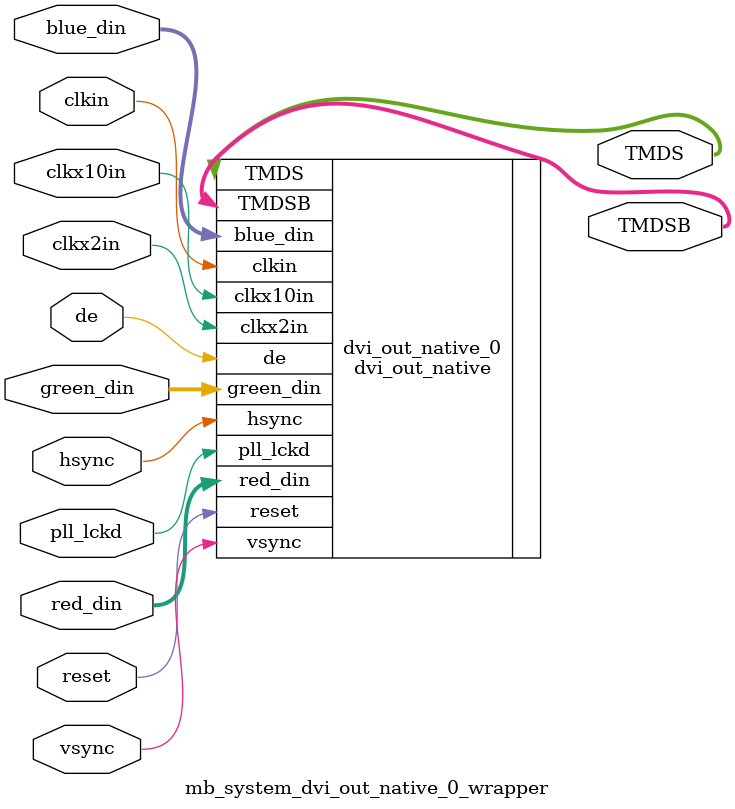
<source format=v>

module mb_system_dvi_out_native_0_wrapper
  (
    reset,
    pll_lckd,
    clkin,
    clkx2in,
    clkx10in,
    blue_din,
    green_din,
    red_din,
    hsync,
    vsync,
    de,
    TMDS,
    TMDSB
  );
  input reset;
  input pll_lckd;
  input clkin;
  input clkx2in;
  input clkx10in;
  input [7:0] blue_din;
  input [7:0] green_din;
  input [7:0] red_din;
  input hsync;
  input vsync;
  input de;
  output [3:0] TMDS;
  output [3:0] TMDSB;

  dvi_out_native
    dvi_out_native_0 (
      .reset ( reset ),
      .pll_lckd ( pll_lckd ),
      .clkin ( clkin ),
      .clkx2in ( clkx2in ),
      .clkx10in ( clkx10in ),
      .blue_din ( blue_din ),
      .green_din ( green_din ),
      .red_din ( red_din ),
      .hsync ( hsync ),
      .vsync ( vsync ),
      .de ( de ),
      .TMDS ( TMDS ),
      .TMDSB ( TMDSB )
    );

endmodule


</source>
